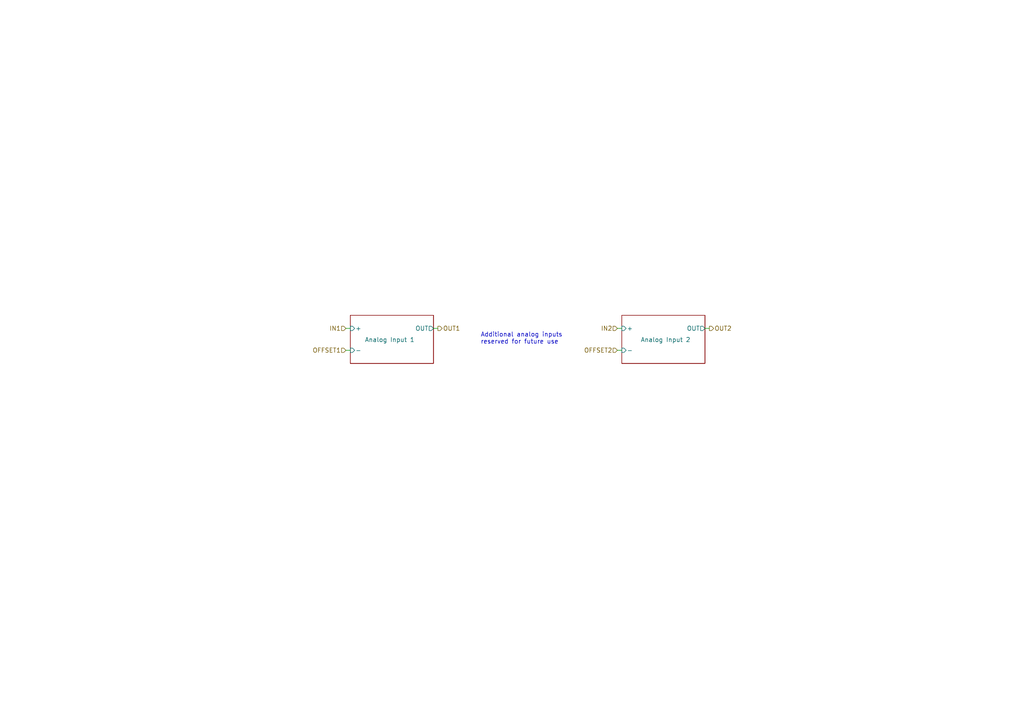
<source format=kicad_sch>
(kicad_sch (version 20230121) (generator eeschema)
  (paper "A4")
  (title_block (title "Analog Inputs") (date "2023-11-02") (rev "${REVISION}") (company "Author: I. Kajdan") (comment 1 "Reviewer:"))
  (lib_symbols)
  (wire (pts (xy 179.07 95.25) (xy 180.34 95.25)))
  (wire (pts (xy 179.07 101.6) (xy 180.34 101.6)))
  (wire (pts (xy 100.33 95.25) (xy 101.6 95.25)))
  (wire (pts (xy 125.73 95.25) (xy 127 95.25)))
  (wire (pts (xy 100.33 101.6) (xy 101.6 101.6)))
  (wire (pts (xy 204.47 95.25) (xy 205.74 95.25)))
  (text_box "Additional analog inputs reserved for future use" (at 138.43 95.25 0) (size 27.94 6.35) (stroke (width -0.0001)) (effects (font (size 1.27 1.27)) (justify left top)))
  (hierarchical_label "OFFSET2" (shape input) (at 179.07 101.6 180))
  (hierarchical_label "OFFSET1" (shape input) (at 100.33 101.6 180))
  (hierarchical_label "IN2" (shape input) (at 179.07 95.25 180))
  (hierarchical_label "OUT2" (shape output) (at 205.74 95.25 0))
  (hierarchical_label "IN1" (shape input) (at 100.33 95.25 180))
  (hierarchical_label "OUT1" (shape output) (at 127 95.25 0))
  (sheet (at 101.6 91.44) (size 24.13 13.97) (stroke (width 0.1524))
    (property "Sheetname" "Analog Input 1" (at 113.03 97.79 0) (effects (justify top)))
    (property "Sheetfile" "analog_input.kicad_sch" (effects hide))
    (pin "+" input (at 101.6 95.25 180))
    (pin "OUT" output (at 125.73 95.25 0))
    (pin "-" input (at 101.6 101.6 180))
  )
  (sheet (at 180.34 91.44) (size 24.13 13.97) (stroke (width 0.1524))
    (property "Sheetname" "Analog Input 2" (at 193.04 97.79 0) (effects (justify top)))
    (property "Sheetfile" "analog_input.kicad_sch" (effects hide))
    (pin "+" input (at 180.34 95.25 180))
    (pin "OUT" output (at 204.47 95.25 0))
    (pin "-" input (at 180.34 101.6 180))
  )
)
</source>
